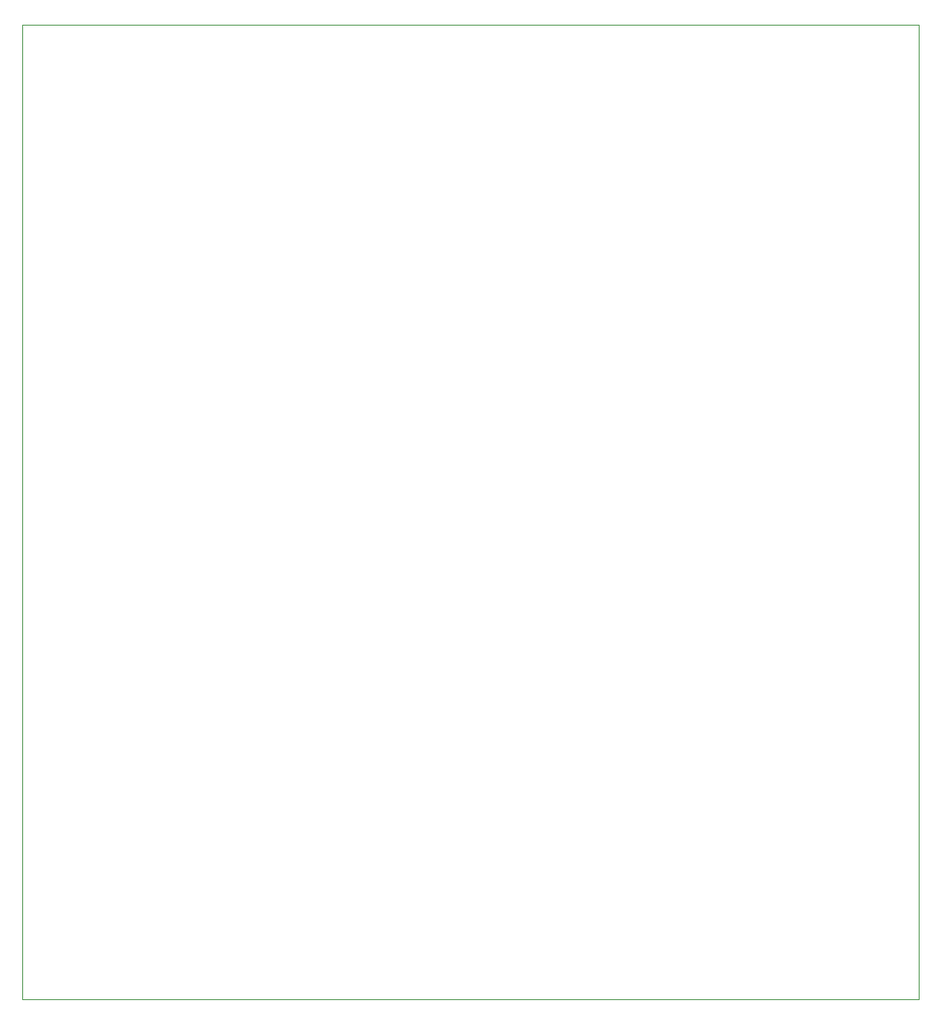
<source format=gbr>
%TF.GenerationSoftware,KiCad,Pcbnew,9.0.0*%
%TF.CreationDate,2025-03-09T01:52:38-05:00*%
%TF.ProjectId,tta8_cu,74746138-5f63-4752-9e6b-696361645f70,0*%
%TF.SameCoordinates,Original*%
%TF.FileFunction,Profile,NP*%
%FSLAX46Y46*%
G04 Gerber Fmt 4.6, Leading zero omitted, Abs format (unit mm)*
G04 Created by KiCad (PCBNEW 9.0.0) date 2025-03-09 01:52:38*
%MOMM*%
%LPD*%
G01*
G04 APERTURE LIST*
%TA.AperFunction,Profile*%
%ADD10C,0.050000*%
%TD*%
G04 APERTURE END LIST*
D10*
X55000000Y-47000000D02*
X147000000Y-47000000D01*
X147000000Y-147000000D01*
X55000000Y-147000000D01*
X55000000Y-47000000D01*
M02*

</source>
